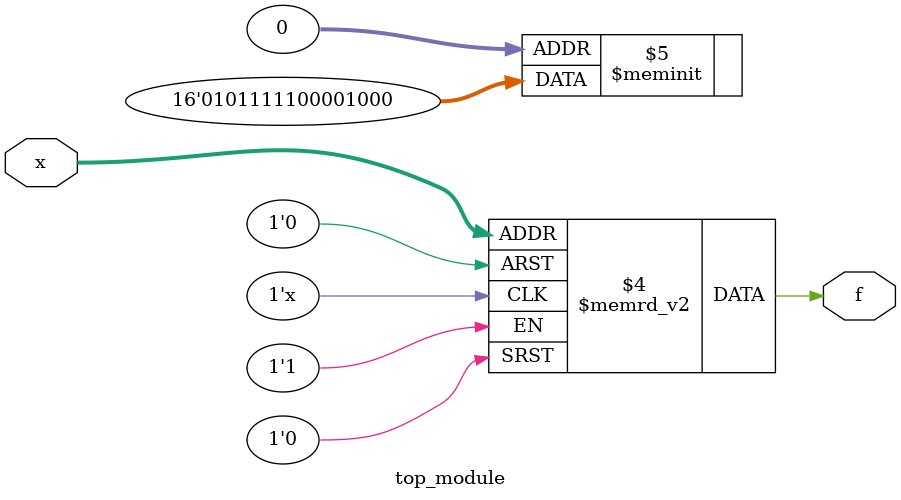
<source format=sv>
module top_module (
    input [4:1] x,
    output logic f
);

always_comb begin
    case (x)
        4'b0000: f = 1'b0; // Don't care, so output 0
        4'b0001: f = 1'b0;
        4'b0010: f = 1'b0; // Don't care, so output 0
        4'b0011: f = 1'b1;
        4'b0100: f = 1'b0; // Don't care, so output 0
        4'b0101: f = 1'b0;
        4'b0110: f = 1'b0; // Don't care, so output 0
        4'b0111: f = 1'b0;
        4'b1000: f = 1'b1; // Don't care, so output 1
        4'b1001: f = 1'b1;
        4'b1010: f = 1'b1; // Don't care, so output 1
        4'b1011: f = 1'b1;
        4'b1100: f = 1'b1; // Don't care, so output 1
        4'b1101: f = 1'b0;
        4'b1110: f = 1'b1; // Don't care, so output 1
        4'b1111: f = 1'b0;
    endcase
end

endmodule

</source>
